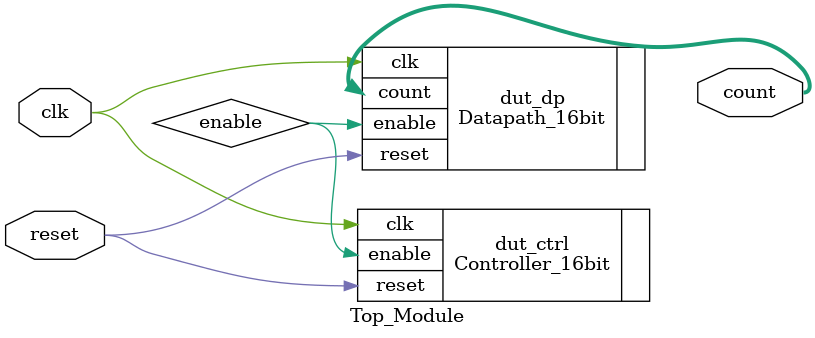
<source format=v>
module Top_Module(
  input wire clk,
  input wire reset,
  output wire [15:0] count
);

  wire enable;

  // Instantiate the controller module
  Controller_16bit dut_ctrl (
    .clk(clk),
    .reset(reset),
    .enable(enable)
  );

  // Instantiate the datapath module
  Datapath_16bit dut_dp (
    .clk(clk),
    .reset(reset),
    .enable(enable),
    .count(count)
  );

endmodule

</source>
